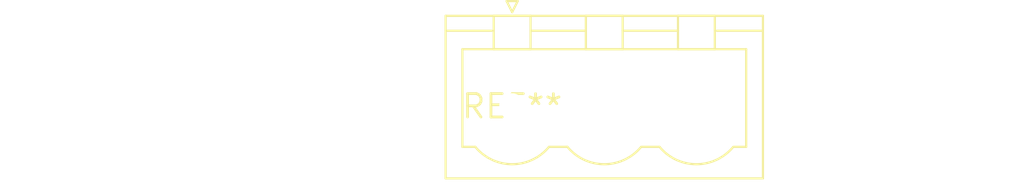
<source format=kicad_pcb>
(kicad_pcb (version 20240108) (generator pcbnew)
  (layers (0 "F.Cu" signal) (31 "B.Cu" signal) (34 "B.Paste" user) (35 "F.Paste" user) (36 "B.SilkS" user "B.Silkscreen") (37 "F.SilkS" user "F.Silkscreen") (38 "B.Mask" user) (39 "F.Mask" user) (44 "Edge.Cuts" user))
  (net 0 "")
  (footprint "PhoenixContact_MSTBVA_2,5_3-G_1x03_P5.00mm_Vertical" (layer "F.Cu") (at 0 0)
    (property "Reference" "REF**")
    (property "Value" "PhoenixContact_MSTBVA_2,5_3-G_1x03_P5.00mm_Vertical")
    (fp_line (start -3.61 -4.91) (end -3.61 3.91) (layer "F.SilkS") (stroke (width 0.12)))
    (fp_line (start -3.61 -4.1) (end -1.11 -4.1) (layer "F.SilkS") (stroke (width 0.12)))
    (fp_line (start -3.61 3.91) (end 13.61 3.91) (layer "F.SilkS") (stroke (width 0.12)))
    (fp_line (start -2.7 -3.1) (end 12.7 -3.1) (layer "F.SilkS") (stroke (width 0.12)))
    (fp_line (start -2.7 2.2) (end -2.7 -3.1) (layer "F.SilkS") (stroke (width 0.12)))
    (fp_line (start -2 2.2) (end -2.7 2.2) (layer "F.SilkS") (stroke (width 0.12)))
    (fp_line (start -1 -4.91) (end 1 -4.91) (layer "F.SilkS") (stroke (width 0.12)))
    (fp_line (start -1 -3.1) (end -1 -4.91) (layer "F.SilkS") (stroke (width 0.12)))
    (fp_line (start -0.3 -5.71) (end 0.3 -5.71) (layer "F.SilkS") (stroke (width 0.12)))
    (fp_line (start 0 -5.11) (end -0.3 -5.71) (layer "F.SilkS") (stroke (width 0.12)))
    (fp_line (start 0.3 -5.71) (end 0 -5.11) (layer "F.SilkS") (stroke (width 0.12)))
    (fp_line (start 1 -4.91) (end 1 -3.1) (layer "F.SilkS") (stroke (width 0.12)))
    (fp_line (start 1 -4.1) (end 4 -4.1) (layer "F.SilkS") (stroke (width 0.12)))
    (fp_line (start 1 -3.1) (end -1 -3.1) (layer "F.SilkS") (stroke (width 0.12)))
    (fp_line (start 2 2.2) (end 3 2.2) (layer "F.SilkS") (stroke (width 0.12)))
    (fp_line (start 4 -4.91) (end 6 -4.91) (layer "F.SilkS") (stroke (width 0.12)))
    (fp_line (start 4 -3.1) (end 4 -4.91) (layer "F.SilkS") (stroke (width 0.12)))
    (fp_line (start 6 -4.91) (end 6 -3.1) (layer "F.SilkS") (stroke (width 0.12)))
    (fp_line (start 6 -4.1) (end 9 -4.1) (layer "F.SilkS") (stroke (width 0.12)))
    (fp_line (start 6 -3.1) (end 4 -3.1) (layer "F.SilkS") (stroke (width 0.12)))
    (fp_line (start 7 2.2) (end 8 2.2) (layer "F.SilkS") (stroke (width 0.12)))
    (fp_line (start 9 -4.91) (end 11 -4.91) (layer "F.SilkS") (stroke (width 0.12)))
    (fp_line (start 9 -3.1) (end 9 -4.91) (layer "F.SilkS") (stroke (width 0.12)))
    (fp_line (start 11 -4.91) (end 11 -3.1) (layer "F.SilkS") (stroke (width 0.12)))
    (fp_line (start 11 -3.1) (end 9 -3.1) (layer "F.SilkS") (stroke (width 0.12)))
    (fp_line (start 12.7 -3.1) (end 12.7 2.2) (layer "F.SilkS") (stroke (width 0.12)))
    (fp_line (start 12.7 2.2) (end 12 2.2) (layer "F.SilkS") (stroke (width 0.12)))
    (fp_line (start 13.61 -4.91) (end -3.61 -4.91) (layer "F.SilkS") (stroke (width 0.12)))
    (fp_line (start 13.61 -4.1) (end 11.11 -4.1) (layer "F.SilkS") (stroke (width 0.12)))
    (fp_line (start 13.61 3.91) (end 13.61 -4.91) (layer "F.SilkS") (stroke (width 0.12)))
    (fp_arc (start 1.986842 2.215821) (mid -0.010289 3.142758) (end -2 2.2) (layer "F.SilkS") (stroke (width 0.12)))
    (fp_arc (start 6.986842 2.215821) (mid 4.989711 3.142758) (end 3 2.2) (layer "F.SilkS") (stroke (width 0.12)))
    (fp_arc (start 11.986842 2.215821) (mid 9.989711 3.142758) (end 8 2.2) (layer "F.SilkS") (stroke (width 0.12)))
    (pad "1" thru_hole roundrect (at 0 0) (size 2 3.6) (drill 1.4) (layers *.Cu *.Mask) (remove_unused_layers) (roundrect_rratio 0.125))
    (pad "2" thru_hole oval (at 5 0) (size 2 3.6) (drill 1.4) (layers *.Cu *.Mask) (remove_unused_layers))
    (pad "3" thru_hole oval (at 10 0) (size 2 3.6) (drill 1.4) (layers *.Cu *.Mask) (remove_unused_layers))
  )
)
</source>
